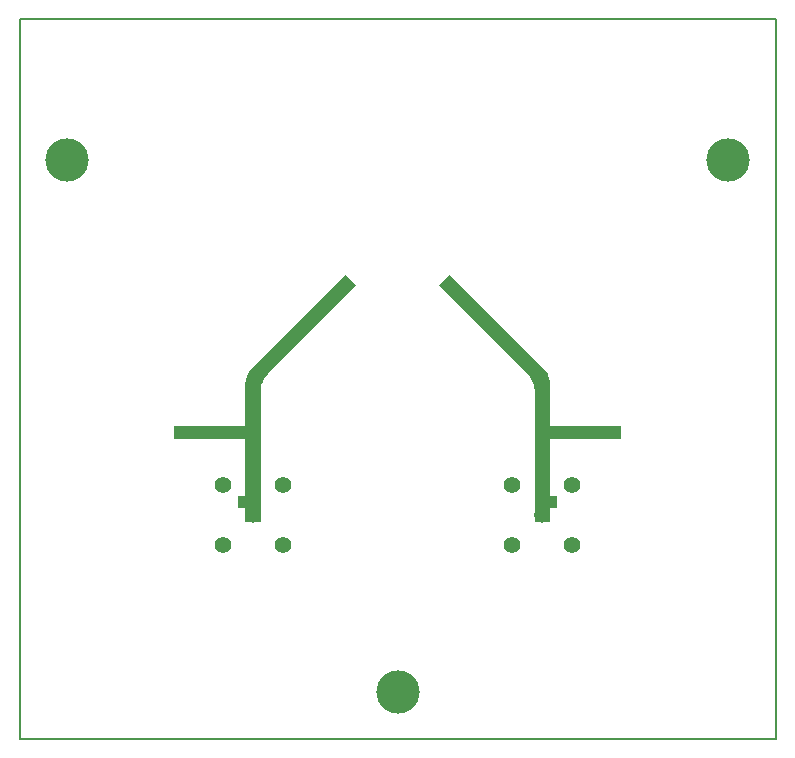
<source format=gtl>
G04*
G04 #@! TF.GenerationSoftware,Altium Limited,Altium Designer,20.0.11 (256)*
G04*
G04 Layer_Physical_Order=1*
G04 Layer_Color=255*
%FSLAX44Y44*%
%MOMM*%
G71*
G01*
G75*
%ADD12C,0.1270*%
%ADD14C,3.6600*%
%ADD15C,1.4000*%
%ADD16C,1.3500*%
G36*
X285062Y384169D02*
X209921Y309029D01*
X209244Y308318D01*
X207999Y306801D01*
X206909Y305169D01*
X205984Y303438D01*
X205586Y302540D01*
X205586D01*
X205233Y301625D01*
X204663Y299746D01*
X204280Y297821D01*
X204088Y295868D01*
X204063Y294887D01*
Y184056D01*
X191063D01*
Y195556D01*
X185063D01*
Y205556D01*
X191063D01*
Y254056D01*
X131063D01*
Y265056D01*
X191063D01*
Y300272D01*
X191063Y301254D01*
X191256Y303210D01*
X191639Y305137D01*
X192210Y307017D01*
X192586Y307925D01*
X192962Y308833D01*
X193888Y310566D01*
X194980Y312200D01*
X196227Y313719D01*
X196921Y314414D01*
X275869Y393362D01*
X285062Y384169D01*
D02*
G37*
G36*
X443206Y314414D02*
X443900Y313719D01*
X445147Y312200D01*
X446239Y310566D01*
X447165Y308833D01*
X447541Y307925D01*
X447917Y307017D01*
X448488Y305137D01*
X448871Y303210D01*
X449063Y301254D01*
Y300272D01*
Y265056D01*
X509063D01*
Y254056D01*
X449063D01*
Y205556D01*
X455064D01*
Y195556D01*
X449063D01*
Y184056D01*
X436063D01*
Y294887D01*
X436039Y295868D01*
X435847Y297821D01*
X435464Y299746D01*
X434894Y301625D01*
X434541Y302540D01*
X434143Y303438D01*
X433218Y305169D01*
X432128Y306801D01*
X430882Y308318D01*
X430206Y309029D01*
Y309029D01*
X355065Y384169D01*
X364258Y393362D01*
X443206Y314414D01*
D02*
G37*
D12*
X640000Y610000D02*
X640000Y0D01*
X0D02*
X640000D01*
X0Y610000D02*
X640000D01*
X-0D02*
X0Y0D01*
D14*
X40000Y490000D02*
D03*
X600000D02*
D03*
X320000Y40000D02*
D03*
D15*
X467963Y215400D02*
D03*
Y164600D02*
D03*
X417164D02*
D03*
Y215400D02*
D03*
X222964D02*
D03*
Y164600D02*
D03*
X172164D02*
D03*
Y215400D02*
D03*
D16*
X442564Y190000D02*
D03*
X197563D02*
D03*
M02*

</source>
